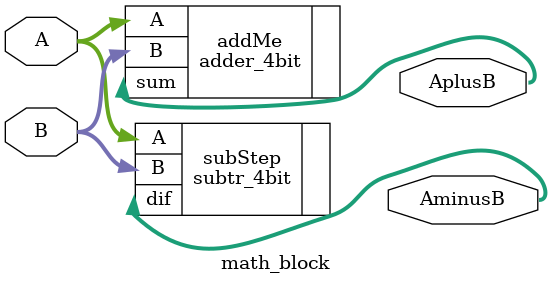
<source format=v>
module math_block(
    input [3:0] A,
    input [3:0] B,
    output [3:0] AplusB,
    output [3:0] AminusB
);

    // Adder
    adder_4bit addMe (
        .A(A),
        .B(B),
        .sum(AplusB)
    );
    
    // Subtracter
    subtr_4bit subStep (
        .A(A),
        .B(B),
        .dif(AminusB)
    );

endmodule
</source>
